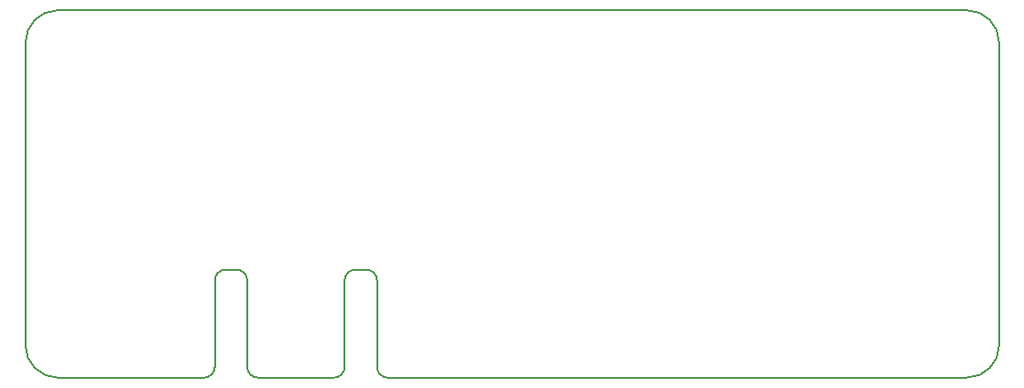
<source format=gbr>
%TF.GenerationSoftware,KiCad,Pcbnew,9.0.1*%
%TF.CreationDate,2025-05-24T22:02:27+02:00*%
%TF.ProjectId,LoRa_Node,4c6f5261-5f4e-46f6-9465-2e6b69636164,3.1*%
%TF.SameCoordinates,Original*%
%TF.FileFunction,Profile,NP*%
%FSLAX46Y46*%
G04 Gerber Fmt 4.6, Leading zero omitted, Abs format (unit mm)*
G04 Created by KiCad (PCBNEW 9.0.1) date 2025-05-24 22:02:27*
%MOMM*%
%LPD*%
G01*
G04 APERTURE LIST*
%TA.AperFunction,Profile*%
%ADD10C,0.200000*%
%TD*%
G04 APERTURE END LIST*
D10*
X195700000Y-96699999D02*
G75*
G02*
X192700000Y-99700000I-3000000J-1D01*
G01*
X108700000Y-99699999D02*
G75*
G02*
X105700001Y-96699999I0J2999999D01*
G01*
X136200000Y-89699999D02*
X137200000Y-89699999D01*
X135200000Y-98699999D02*
X135200000Y-90699999D01*
X137200000Y-89699999D02*
G75*
G02*
X138200001Y-90699999I0J-1000001D01*
G01*
X108700000Y-99699999D02*
X122200000Y-99699999D01*
X138200000Y-90699999D02*
X138200000Y-98699999D01*
X192699999Y-65699999D02*
G75*
G02*
X195700001Y-68700000I1J-3000001D01*
G01*
X105700000Y-68700000D02*
X105700000Y-96699999D01*
X126200000Y-90699999D02*
X126200000Y-98699999D01*
X139200000Y-99699999D02*
G75*
G02*
X138200001Y-98699999I0J999999D01*
G01*
X124200000Y-89699999D02*
X125200000Y-89699999D01*
X139200000Y-99699999D02*
X192700000Y-99699999D01*
X125200000Y-89699999D02*
G75*
G02*
X126200001Y-90699999I0J-1000001D01*
G01*
X123200000Y-98699999D02*
X123200000Y-90699999D01*
X135200000Y-98699999D02*
G75*
G02*
X134200000Y-99700000I-1000000J-1D01*
G01*
X195700000Y-96699999D02*
X195700000Y-68700000D01*
X123200000Y-90699999D02*
G75*
G02*
X124200000Y-89700000I1000000J-1D01*
G01*
X192699999Y-65699999D02*
X108700001Y-65699999D01*
X105700000Y-68700000D02*
G75*
G02*
X108700001Y-65700000I3000000J0D01*
G01*
X135200000Y-90699999D02*
G75*
G02*
X136200000Y-89700000I1000000J-1D01*
G01*
X127200000Y-99699999D02*
G75*
G02*
X126200001Y-98699999I0J999999D01*
G01*
X123200000Y-98699999D02*
G75*
G02*
X122200000Y-99700000I-1000000J-1D01*
G01*
X127200000Y-99699999D02*
X134200000Y-99699999D01*
M02*

</source>
